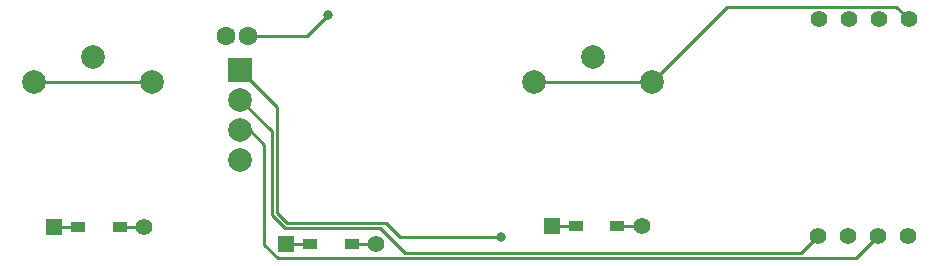
<source format=gtl>
G04 #@! TF.GenerationSoftware,KiCad,Pcbnew,(5.1.6-0-10_14)*
G04 #@! TF.CreationDate,2023-01-09T16:43:16+09:00*
G04 #@! TF.ProjectId,cool644,636f6f6c-3634-4342-9e6b-696361645f70,rev?*
G04 #@! TF.SameCoordinates,Original*
G04 #@! TF.FileFunction,Copper,L1,Top*
G04 #@! TF.FilePolarity,Positive*
%FSLAX46Y46*%
G04 Gerber Fmt 4.6, Leading zero omitted, Abs format (unit mm)*
G04 Created by KiCad (PCBNEW (5.1.6-0-10_14)) date 2023-01-09 16:43:16*
%MOMM*%
%LPD*%
G01*
G04 APERTURE LIST*
G04 #@! TA.AperFunction,ComponentPad*
%ADD10C,2.000000*%
G04 #@! TD*
G04 #@! TA.AperFunction,ComponentPad*
%ADD11R,2.000000X2.000000*%
G04 #@! TD*
G04 #@! TA.AperFunction,ComponentPad*
%ADD12C,1.600000*%
G04 #@! TD*
G04 #@! TA.AperFunction,ComponentPad*
%ADD13C,1.397000*%
G04 #@! TD*
G04 #@! TA.AperFunction,SMDPad,CuDef*
%ADD14R,1.300000X0.950000*%
G04 #@! TD*
G04 #@! TA.AperFunction,ComponentPad*
%ADD15R,1.397000X1.397000*%
G04 #@! TD*
G04 #@! TA.AperFunction,ViaPad*
%ADD16C,0.800000*%
G04 #@! TD*
G04 #@! TA.AperFunction,Conductor*
%ADD17C,0.250000*%
G04 #@! TD*
G04 APERTURE END LIST*
D10*
X128715000Y75380000D03*
X128715000Y77920000D03*
X128715000Y80460000D03*
D11*
X128715000Y83000000D03*
D12*
X129340000Y85840000D03*
X127490000Y85840000D03*
D13*
X185300000Y87290000D03*
X182760000Y87290000D03*
X180220000Y87290000D03*
X177680000Y87290000D03*
D14*
X160655000Y69810000D03*
D13*
X162690000Y69810000D03*
D15*
X155070000Y69810000D03*
D14*
X157105000Y69810000D03*
D13*
X177660000Y68960000D03*
X180200000Y68960000D03*
X182740000Y68960000D03*
X185280000Y68960000D03*
D14*
X118495000Y69750000D03*
D13*
X120530000Y69750000D03*
D15*
X112910000Y69750000D03*
D14*
X114945000Y69750000D03*
X134665000Y68300000D03*
D15*
X132630000Y68300000D03*
D13*
X140250000Y68300000D03*
D14*
X138215000Y68300000D03*
D10*
X111270000Y81970000D03*
X116270000Y84070000D03*
X121270000Y81970000D03*
X163590000Y81970000D03*
X158590000Y84070000D03*
X153590000Y81970000D03*
D16*
X150820000Y68860000D03*
X136150000Y87660000D03*
D17*
X114945000Y69750000D02*
X112910000Y69750000D01*
X160655000Y69810000D02*
X162690000Y69810000D01*
X140250000Y68300000D02*
X138215000Y68300000D01*
X120530000Y69750000D02*
X118495000Y69750000D01*
X134665000Y68300000D02*
X132630000Y68300000D01*
X155070000Y69810000D02*
X157105000Y69810000D01*
X130760000Y76670000D02*
X129510000Y77920000D01*
X180850000Y67070000D02*
X131877998Y67070000D01*
X129510000Y77920000D02*
X128715000Y77920000D01*
X131877998Y67070000D02*
X130760000Y68187998D01*
X130760000Y68187998D02*
X130760000Y76670000D01*
X182740000Y68960000D02*
X180850000Y67070000D01*
X150820000Y68860000D02*
X142270000Y68860000D01*
X142270000Y68860000D02*
X141060000Y70070000D01*
X141060000Y70070000D02*
X132666410Y70070000D01*
X131830000Y70906410D02*
X131830000Y76870000D01*
X131830000Y76870000D02*
X131820010Y76879990D01*
X131820010Y76879990D02*
X131820010Y79894990D01*
X132666410Y70070000D02*
X131830000Y70906410D01*
X131820010Y79894990D02*
X128715000Y83000000D01*
X140560000Y69590000D02*
X142629990Y67520010D01*
X132510000Y69590000D02*
X140560000Y69590000D01*
X176220010Y67520010D02*
X177660000Y68960000D01*
X131370000Y77805000D02*
X131370000Y70730000D01*
X131370000Y70730000D02*
X132510000Y69590000D01*
X142629990Y67520010D02*
X176220010Y67520010D01*
X128715000Y80460000D02*
X131370000Y77805000D01*
X111270000Y81970000D02*
X121270000Y81970000D01*
X136150000Y87660000D02*
X134330000Y85840000D01*
X134330000Y85840000D02*
X129340000Y85840000D01*
X153590000Y81970000D02*
X163590000Y81970000D01*
X169933501Y88313501D02*
X184276499Y88313501D01*
X184276499Y88313501D02*
X185300000Y87290000D01*
X163590000Y81970000D02*
X169933501Y88313501D01*
M02*

</source>
